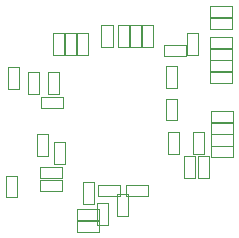
<source format=gbr>
G04 #@! TF.GenerationSoftware,KiCad,Pcbnew,5.0.2+dfsg1-1~bpo9+1*
G04 #@! TF.CreationDate,2019-10-24T12:27:34+02:00*
G04 #@! TF.ProjectId,zglue-dragon-adapter,7a676c75-652d-4647-9261-676f6e2d6164,rev?*
G04 #@! TF.SameCoordinates,Original*
G04 #@! TF.FileFunction,Other,User*
%FSLAX46Y46*%
G04 Gerber Fmt 4.6, Leading zero omitted, Abs format (unit mm)*
G04 Created by KiCad (PCBNEW 5.0.2+dfsg1-1~bpo9+1) date Thu 24 Oct 2019 12:27:34 PM CEST*
%MOMM*%
%LPD*%
G01*
G04 APERTURE LIST*
%ADD10C,0.050000*%
G04 APERTURE END LIST*
D10*
G04 #@! TO.C,R25*
X22370000Y-1430000D02*
X20510000Y-1430000D01*
X22370000Y-490000D02*
X22370000Y-1430000D01*
X20510000Y-490000D02*
X22370000Y-490000D01*
X20510000Y-1430000D02*
X20510000Y-490000D01*
G04 #@! TO.C,R26*
X20510000Y-2420000D02*
X20510000Y-1480000D01*
X20510000Y-1480000D02*
X22370000Y-1480000D01*
X22370000Y-1480000D02*
X22370000Y-2420000D01*
X22370000Y-2420000D02*
X20510000Y-2420000D01*
G04 #@! TO.C,C10*
X9730000Y-17280000D02*
X9730000Y-15420000D01*
X10670000Y-17280000D02*
X9730000Y-17280000D01*
X10670000Y-15420000D02*
X10670000Y-17280000D01*
X9730000Y-15420000D02*
X10670000Y-15420000D01*
G04 #@! TO.C,R15*
X22370000Y-4030000D02*
X20510000Y-4030000D01*
X22370000Y-3090000D02*
X22370000Y-4030000D01*
X20510000Y-3090000D02*
X22370000Y-3090000D01*
X20510000Y-4030000D02*
X20510000Y-3090000D01*
G04 #@! TO.C,R17*
X22370000Y-6030000D02*
X20510000Y-6030000D01*
X22370000Y-5090000D02*
X22370000Y-6030000D01*
X20510000Y-5090000D02*
X22370000Y-5090000D01*
X20510000Y-6030000D02*
X20510000Y-5090000D01*
G04 #@! TO.C,R16*
X22370000Y-5030000D02*
X20510000Y-5030000D01*
X22370000Y-4090000D02*
X22370000Y-5030000D01*
X20510000Y-4090000D02*
X22370000Y-4090000D01*
X20510000Y-5030000D02*
X20510000Y-4090000D01*
G04 #@! TO.C,R3*
X5075000Y-7945000D02*
X5075000Y-6085000D01*
X6015000Y-7945000D02*
X5075000Y-7945000D01*
X6015000Y-6085000D02*
X6015000Y-7945000D01*
X5075000Y-6085000D02*
X6015000Y-6085000D01*
G04 #@! TO.C,R4*
X12630000Y-18250000D02*
X12630000Y-16390000D01*
X13570000Y-18250000D02*
X12630000Y-18250000D01*
X13570000Y-16390000D02*
X13570000Y-18250000D01*
X12630000Y-16390000D02*
X13570000Y-16390000D01*
G04 #@! TO.C,C8*
X12220000Y-2120000D02*
X12220000Y-3980000D01*
X11280000Y-2120000D02*
X12220000Y-2120000D01*
X11280000Y-3980000D02*
X11280000Y-2120000D01*
X12220000Y-3980000D02*
X11280000Y-3980000D01*
G04 #@! TO.C,C7*
X7670000Y-6090000D02*
X7670000Y-7950000D01*
X6730000Y-6090000D02*
X7670000Y-6090000D01*
X6730000Y-7950000D02*
X6730000Y-6090000D01*
X7670000Y-7950000D02*
X6730000Y-7950000D01*
G04 #@! TO.C,C6*
X18230000Y-15070000D02*
X18230000Y-13210000D01*
X19170000Y-15070000D02*
X18230000Y-15070000D01*
X19170000Y-13210000D02*
X19170000Y-15070000D01*
X18230000Y-13210000D02*
X19170000Y-13210000D01*
G04 #@! TO.C,C5*
X17870000Y-11130000D02*
X17870000Y-12990000D01*
X16930000Y-11130000D02*
X17870000Y-11130000D01*
X16930000Y-12990000D02*
X16930000Y-11130000D01*
X17870000Y-12990000D02*
X16930000Y-12990000D01*
G04 #@! TO.C,C4*
X10970000Y-15650000D02*
X12830000Y-15650000D01*
X10970000Y-16590000D02*
X10970000Y-15650000D01*
X12830000Y-16590000D02*
X10970000Y-16590000D01*
X12830000Y-15650000D02*
X12830000Y-16590000D01*
G04 #@! TO.C,C3*
X15230000Y-16590000D02*
X13370000Y-16590000D01*
X15230000Y-15650000D02*
X15230000Y-16590000D01*
X13370000Y-15650000D02*
X15230000Y-15650000D01*
X13370000Y-16590000D02*
X13370000Y-15650000D01*
G04 #@! TO.C,C2*
X10930000Y-19050000D02*
X10930000Y-17190000D01*
X11870000Y-19050000D02*
X10930000Y-19050000D01*
X11870000Y-17190000D02*
X11870000Y-19050000D01*
X10930000Y-17190000D02*
X11870000Y-17190000D01*
G04 #@! TO.C,C12*
X13640000Y-2070000D02*
X13640000Y-3930000D01*
X12700000Y-2070000D02*
X13640000Y-2070000D01*
X12700000Y-3930000D02*
X12700000Y-2070000D01*
X13640000Y-3930000D02*
X12700000Y-3930000D01*
G04 #@! TO.C,C13*
X14650000Y-2070000D02*
X14650000Y-3930000D01*
X13710000Y-2070000D02*
X14650000Y-2070000D01*
X13710000Y-3930000D02*
X13710000Y-2070000D01*
X14650000Y-3930000D02*
X13710000Y-3930000D01*
G04 #@! TO.C,C14*
X10140000Y-2775000D02*
X10140000Y-4635000D01*
X9200000Y-2775000D02*
X10140000Y-2775000D01*
X9200000Y-4635000D02*
X9200000Y-2775000D01*
X10140000Y-4635000D02*
X9200000Y-4635000D01*
G04 #@! TO.C,C1*
X7230000Y-13850000D02*
X7230000Y-11990000D01*
X8170000Y-13850000D02*
X7230000Y-13850000D01*
X8170000Y-11990000D02*
X8170000Y-13850000D01*
X7230000Y-11990000D02*
X8170000Y-11990000D01*
G04 #@! TO.C,R11*
X4140000Y-14840000D02*
X4140000Y-16700000D01*
X3200000Y-14840000D02*
X4140000Y-14840000D01*
X3200000Y-16700000D02*
X3200000Y-14840000D01*
X4140000Y-16700000D02*
X3200000Y-16700000D01*
G04 #@! TO.C,R24*
X4270000Y-5630000D02*
X4270000Y-7490000D01*
X3330000Y-5630000D02*
X4270000Y-5630000D01*
X3330000Y-7490000D02*
X3330000Y-5630000D01*
X4270000Y-7490000D02*
X3330000Y-7490000D01*
G04 #@! TO.C,R10*
X14720000Y-3930000D02*
X14720000Y-2070000D01*
X15660000Y-3930000D02*
X14720000Y-3930000D01*
X15660000Y-2070000D02*
X15660000Y-3930000D01*
X14720000Y-2070000D02*
X15660000Y-2070000D01*
G04 #@! TO.C,R9*
X7170000Y-4635000D02*
X7170000Y-2775000D01*
X8110000Y-4635000D02*
X7170000Y-4635000D01*
X8110000Y-2775000D02*
X8110000Y-4635000D01*
X7170000Y-2775000D02*
X8110000Y-2775000D01*
G04 #@! TO.C,R8*
X7940000Y-16130000D02*
X6080000Y-16130000D01*
X7940000Y-15190000D02*
X7940000Y-16130000D01*
X6080000Y-15190000D02*
X7940000Y-15190000D01*
X6080000Y-16130000D02*
X6080000Y-15190000D01*
G04 #@! TO.C,R7*
X7930000Y-15040000D02*
X6070000Y-15040000D01*
X7930000Y-14100000D02*
X7930000Y-15040000D01*
X6070000Y-14100000D02*
X7930000Y-14100000D01*
X6070000Y-15040000D02*
X6070000Y-14100000D01*
G04 #@! TO.C,R6*
X9195000Y-17685000D02*
X11055000Y-17685000D01*
X9195000Y-18625000D02*
X9195000Y-17685000D01*
X11055000Y-18625000D02*
X9195000Y-18625000D01*
X11055000Y-17685000D02*
X11055000Y-18625000D01*
G04 #@! TO.C,R5*
X9195000Y-18685000D02*
X11055000Y-18685000D01*
X9195000Y-19625000D02*
X9195000Y-18685000D01*
X11055000Y-19625000D02*
X9195000Y-19625000D01*
X11055000Y-18685000D02*
X11055000Y-19625000D01*
G04 #@! TO.C,R2*
X19480000Y-15070000D02*
X19480000Y-13210000D01*
X20420000Y-15070000D02*
X19480000Y-15070000D01*
X20420000Y-13210000D02*
X20420000Y-15070000D01*
X19480000Y-13210000D02*
X20420000Y-13210000D01*
G04 #@! TO.C,R1*
X19960000Y-11130000D02*
X19960000Y-12990000D01*
X19020000Y-11130000D02*
X19960000Y-11130000D01*
X19020000Y-12990000D02*
X19020000Y-11130000D01*
X19960000Y-12990000D02*
X19020000Y-12990000D01*
G04 #@! TO.C,R13*
X19485000Y-2770000D02*
X19485000Y-4630000D01*
X18545000Y-2770000D02*
X19485000Y-2770000D01*
X18545000Y-4630000D02*
X18545000Y-2770000D01*
X19485000Y-4630000D02*
X18545000Y-4630000D01*
G04 #@! TO.C,C15*
X9120000Y-2775000D02*
X9120000Y-4635000D01*
X8180000Y-2775000D02*
X9120000Y-2775000D01*
X8180000Y-4635000D02*
X8180000Y-2775000D01*
X9120000Y-4635000D02*
X8180000Y-4635000D01*
G04 #@! TO.C,C9*
X6195000Y-8185000D02*
X8055000Y-8185000D01*
X6195000Y-9125000D02*
X6195000Y-8185000D01*
X8055000Y-9125000D02*
X6195000Y-9125000D01*
X8055000Y-8185000D02*
X8055000Y-9125000D01*
G04 #@! TO.C,C11*
X5830000Y-13150000D02*
X5830000Y-11290000D01*
X6770000Y-13150000D02*
X5830000Y-13150000D01*
X6770000Y-11290000D02*
X6770000Y-13150000D01*
X5830000Y-11290000D02*
X6770000Y-11290000D01*
G04 #@! TO.C,R23*
X18435000Y-4700000D02*
X16575000Y-4700000D01*
X18435000Y-3760000D02*
X18435000Y-4700000D01*
X16575000Y-3760000D02*
X18435000Y-3760000D01*
X16575000Y-4700000D02*
X16575000Y-3760000D01*
G04 #@! TO.C,R22*
X22420000Y-13300000D02*
X20560000Y-13300000D01*
X22420000Y-12360000D02*
X22420000Y-13300000D01*
X20560000Y-12360000D02*
X22420000Y-12360000D01*
X20560000Y-13300000D02*
X20560000Y-12360000D01*
G04 #@! TO.C,R21*
X22420000Y-12300000D02*
X20560000Y-12300000D01*
X22420000Y-11360000D02*
X22420000Y-12300000D01*
X20560000Y-11360000D02*
X22420000Y-11360000D01*
X20560000Y-12300000D02*
X20560000Y-11360000D01*
G04 #@! TO.C,R20*
X22420000Y-11300000D02*
X20560000Y-11300000D01*
X22420000Y-10360000D02*
X22420000Y-11300000D01*
X20560000Y-10360000D02*
X22420000Y-10360000D01*
X20560000Y-11300000D02*
X20560000Y-10360000D01*
G04 #@! TO.C,R19*
X22420000Y-10300000D02*
X20560000Y-10300000D01*
X22420000Y-9360000D02*
X22420000Y-10300000D01*
X20560000Y-9360000D02*
X22420000Y-9360000D01*
X20560000Y-10300000D02*
X20560000Y-9360000D01*
G04 #@! TO.C,R18*
X22370000Y-7030000D02*
X20510000Y-7030000D01*
X22370000Y-6090000D02*
X22370000Y-7030000D01*
X20510000Y-6090000D02*
X22370000Y-6090000D01*
X20510000Y-7030000D02*
X20510000Y-6090000D01*
G04 #@! TO.C,R14*
X17695000Y-8320000D02*
X17695000Y-10180000D01*
X16755000Y-8320000D02*
X17695000Y-8320000D01*
X16755000Y-10180000D02*
X16755000Y-8320000D01*
X17695000Y-10180000D02*
X16755000Y-10180000D01*
G04 #@! TO.C,R12*
X16755000Y-7430000D02*
X16755000Y-5570000D01*
X17695000Y-7430000D02*
X16755000Y-7430000D01*
X17695000Y-5570000D02*
X17695000Y-7430000D01*
X16755000Y-5570000D02*
X17695000Y-5570000D01*
G04 #@! TD*
M02*

</source>
